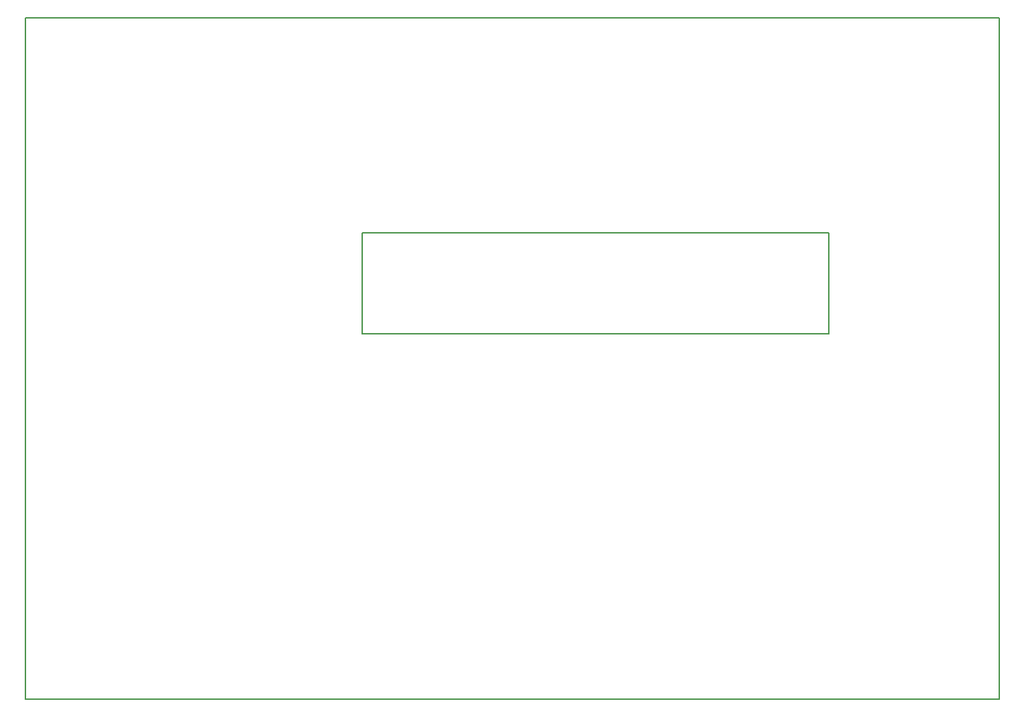
<source format=gm1>
G04 Layer_Color=39372*
%FSLAX44Y44*%
%MOMM*%
G71*
G01*
G75*
%ADD11C,0.2000*%
D11*
X415000Y575000D02*
X990000D01*
Y450000D02*
Y575000D01*
X415000Y450000D02*
X990000D01*
X415000D02*
Y575000D01*
X0Y840000D02*
X1200000D01*
Y0D02*
Y840000D01*
X0Y0D02*
X1200000D01*
X0D02*
Y840000D01*
M02*

</source>
